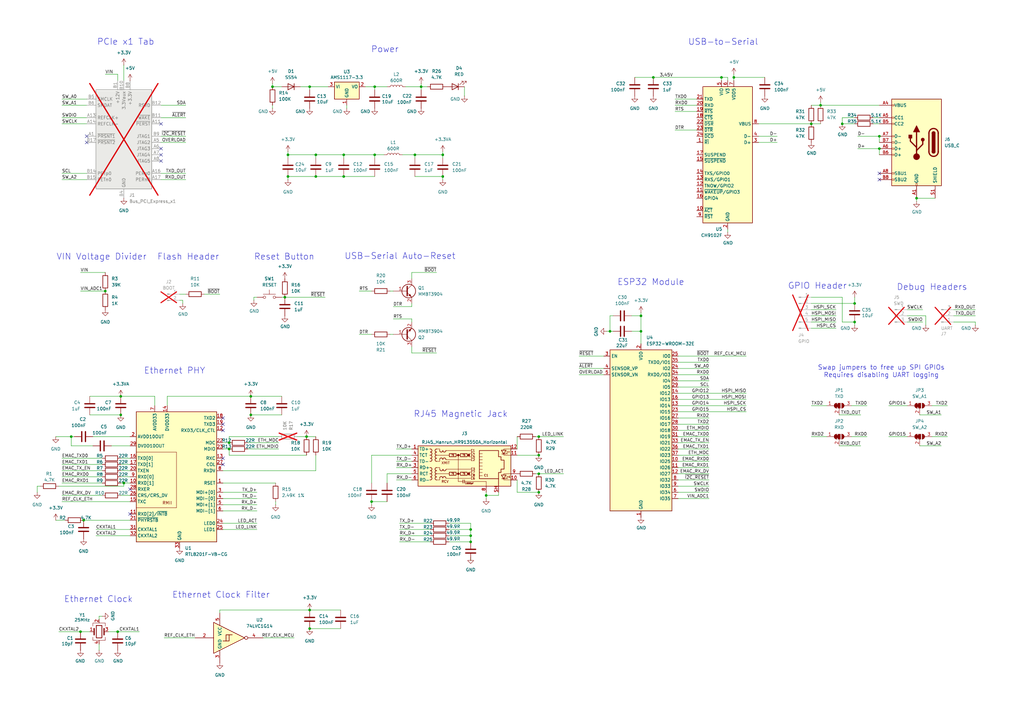
<source format=kicad_sch>
(kicad_sch (version 20231120) (generator "eeschema") (generator_version "8.0")
  (paper "A3")
  (title_block (date "2024-07-14") (rev "v0.3.0"))
  (junction (at 29.21 179.07))
  (junction (at 49.53 162.56))
  (junction (at 140.97 72.39))
  (junction (at 33.02 259.08))
  (junction (at 102.87 162.56))
  (junction (at 170.18 63.5))
  (junction (at 34.29 213.36))
  (junction (at 102.87 170.18))
  (junction (at 267.97 31.75))
  (junction (at 153.67 35.56))
  (junction (at 193.04 222.25))
  (junction (at 93.98 184.15))
  (junction (at 127 257.81))
  (junction (at 220.98 201.93))
  (junction (at 262.89 129.54))
  (junction (at 360.68 55.88))
  (junction (at 220.98 179.07))
  (junction (at 193.04 219.71))
  (junction (at 127 35.56))
  (junction (at 118.11 72.39))
  (junction (at 181.61 63.5))
  (junction (at 127 250.19))
  (junction (at 129.54 63.5))
  (junction (at 332.74 50.8))
  (junction (at 350.52 132.08))
  (junction (at 49.53 170.18))
  (junction (at 172.72 35.56))
  (junction (at 50.8 198.12))
  (junction (at 152.4 205.74))
  (junction (at 220.98 186.69))
  (junction (at 220.98 194.31))
  (junction (at 140.97 63.5))
  (junction (at 193.04 217.17))
  (junction (at 345.44 50.8))
  (junction (at 375.92 81.28))
  (junction (at 116.84 121.92))
  (junction (at 43.18 119.38))
  (junction (at 111.76 35.56))
  (junction (at 181.61 72.39))
  (junction (at 360.68 60.96))
  (junction (at 250.19 135.89))
  (junction (at 125.73 179.07))
  (junction (at 300.99 31.75))
  (junction (at 295.91 31.75))
  (junction (at 93.98 181.61))
  (junction (at 153.67 63.5))
  (junction (at 350.52 124.46))
  (junction (at 199.39 203.2))
  (junction (at 48.26 259.08))
  (junction (at 262.89 135.89))
  (junction (at 129.54 72.39))
  (junction (at 118.11 63.5))
  (junction (at 336.55 43.18))
  (no_connect (at 91.44 171.45))
  (no_connect (at 35.56 55.88))
  (no_connect (at 35.56 58.42))
  (no_connect (at 360.68 71.12))
  (no_connect (at 91.44 176.53))
  (no_connect (at 66.04 66.04))
  (no_connect (at 91.44 173.99))
  (no_connect (at 53.34 210.82))
  (no_connect (at 91.44 187.96))
  (no_connect (at 91.44 190.5))
  (no_connect (at 66.04 60.96))
  (no_connect (at 66.04 63.5))
  (no_connect (at 360.68 73.66))
  (no_connect (at 53.34 200.66))
  (no_connect (at 66.04 50.8))
  (wire (pts (xy 377.19 182.88) (xy 386.08 182.88)))
  (wire (pts (xy 332.74 43.18) (xy 336.55 43.18)))
  (wire (pts (xy 49.53 198.12) (xy 50.8 198.12)))
  (wire (pts (xy 278.13 163.83) (xy 306.07 163.83)))
  (wire (pts (xy 276.86 43.18) (xy 285.75 43.18)))
  (wire (pts (xy 116.84 121.92) (xy 133.35 121.92)))
  (wire (pts (xy 104.14 123.19) (xy 104.14 121.92)))
  (wire (pts (xy 152.4 198.12) (xy 152.4 186.69)))
  (wire (pts (xy 336.55 41.91) (xy 336.55 43.18)))
  (wire (pts (xy 199.39 203.2) (xy 199.39 201.93)))
  (wire (pts (xy 219.71 179.07) (xy 220.98 179.07)))
  (wire (pts (xy 278.13 158.75) (xy 290.83 158.75)))
  (wire (pts (xy 372.11 129.54) (xy 379.73 129.54)))
  (wire (pts (xy 107.95 261.62) (xy 120.65 261.62)))
  (wire (pts (xy 66.04 58.42) (xy 76.2 58.42)))
  (wire (pts (xy 68.58 162.56) (xy 68.58 166.37)))
  (wire (pts (xy 25.4 198.12) (xy 41.91 198.12)))
  (wire (pts (xy 276.86 45.72) (xy 285.75 45.72)))
  (wire (pts (xy 147.32 119.38) (xy 152.4 119.38)))
  (wire (pts (xy 295.91 31.75) (xy 298.45 31.75)))
  (wire (pts (xy 158.75 198.12) (xy 158.75 194.31)))
  (wire (pts (xy 140.97 64.77) (xy 140.97 63.5)))
  (wire (pts (xy 25.4 203.2) (xy 41.91 203.2)))
  (wire (pts (xy 44.45 259.08) (xy 48.26 259.08)))
  (wire (pts (xy 176.53 214.63) (xy 163.83 214.63)))
  (wire (pts (xy 375.92 82.55) (xy 375.92 81.28)))
  (wire (pts (xy 278.13 171.45) (xy 290.83 171.45)))
  (wire (pts (xy 267.97 31.75) (xy 295.91 31.75)))
  (wire (pts (xy 29.21 179.07) (xy 30.48 179.07)))
  (wire (pts (xy 212.09 186.69) (xy 220.98 186.69)))
  (wire (pts (xy 298.45 33.02) (xy 298.45 31.75)))
  (wire (pts (xy 40.64 254) (xy 40.64 252.73)))
  (wire (pts (xy 53.34 179.07) (xy 38.1 179.07)))
  (wire (pts (xy 220.98 179.07) (xy 231.14 179.07)))
  (wire (pts (xy 50.8 26.67) (xy 50.8 33.02)))
  (wire (pts (xy 199.39 204.47) (xy 199.39 203.2)))
  (wire (pts (xy 162.56 184.15) (xy 168.91 184.15)))
  (wire (pts (xy 129.54 64.77) (xy 129.54 63.5)))
  (wire (pts (xy 142.24 43.18) (xy 142.24 44.45)))
  (wire (pts (xy 179.07 144.78) (xy 168.91 144.78)))
  (wire (pts (xy 66.04 48.26) (xy 76.2 48.26)))
  (wire (pts (xy 278.13 179.07) (xy 290.83 179.07)))
  (wire (pts (xy 344.17 170.18) (xy 353.06 170.18)))
  (wire (pts (xy 40.64 266.7) (xy 40.64 264.16)))
  (wire (pts (xy 345.44 48.26) (xy 350.52 48.26)))
  (wire (pts (xy 358.14 50.8) (xy 360.68 50.8)))
  (wire (pts (xy 49.53 193.04) (xy 53.34 193.04)))
  (wire (pts (xy 351.79 60.96) (xy 360.68 60.96)))
  (wire (pts (xy 172.72 35.56) (xy 175.26 35.56)))
  (wire (pts (xy 360.68 55.88) (xy 360.68 58.42)))
  (wire (pts (xy 278.13 148.59) (xy 290.83 148.59)))
  (wire (pts (xy 311.15 50.8) (xy 332.74 50.8)))
  (wire (pts (xy 129.54 193.04) (xy 91.44 193.04)))
  (wire (pts (xy 278.13 166.37) (xy 306.07 166.37)))
  (wire (pts (xy 278.13 153.67) (xy 290.83 153.67)))
  (wire (pts (xy 140.97 63.5) (xy 153.67 63.5)))
  (wire (pts (xy 298.45 95.25) (xy 298.45 93.98)))
  (wire (pts (xy 332.74 124.46) (xy 350.52 124.46)))
  (wire (pts (xy 45.72 182.88) (xy 53.34 182.88)))
  (wire (pts (xy 336.55 50.8) (xy 332.74 50.8)))
  (wire (pts (xy 278.13 186.69) (xy 290.83 186.69)))
  (wire (pts (xy 391.16 132.08) (xy 400.05 132.08)))
  (wire (pts (xy 345.44 50.8) (xy 350.52 50.8)))
  (wire (pts (xy 391.16 127) (xy 400.05 127)))
  (wire (pts (xy 290.83 181.61) (xy 278.13 181.61)))
  (wire (pts (xy 300.99 31.75) (xy 313.69 31.75)))
  (wire (pts (xy 345.44 121.92) (xy 345.44 132.08)))
  (wire (pts (xy 290.83 184.15) (xy 278.13 184.15)))
  (wire (pts (xy 127 36.83) (xy 127 35.56)))
  (wire (pts (xy 40.64 252.73) (xy 41.91 252.73)))
  (wire (pts (xy 123.19 35.56) (xy 127 35.56)))
  (wire (pts (xy 179.07 111.76) (xy 168.91 111.76)))
  (wire (pts (xy 153.67 63.5) (xy 157.48 63.5)))
  (wire (pts (xy 39.37 219.71) (xy 53.34 219.71)))
  (wire (pts (xy 25.4 71.12) (xy 35.56 71.12)))
  (wire (pts (xy 259.08 129.54) (xy 262.89 129.54)))
  (wire (pts (xy 278.13 194.31) (xy 290.83 194.31)))
  (wire (pts (xy 140.97 72.39) (xy 153.67 72.39)))
  (wire (pts (xy 300.99 31.75) (xy 300.99 33.02)))
  (wire (pts (xy 278.13 168.91) (xy 306.07 168.91)))
  (wire (pts (xy 127 257.81) (xy 139.7 257.81)))
  (wire (pts (xy 149.86 35.56) (xy 153.67 35.56)))
  (wire (pts (xy 193.04 214.63) (xy 193.04 217.17)))
  (wire (pts (xy 118.11 63.5) (xy 129.54 63.5)))
  (wire (pts (xy 248.92 135.89) (xy 250.19 135.89)))
  (wire (pts (xy 25.4 190.5) (xy 41.91 190.5)))
  (wire (pts (xy 220.98 194.31) (xy 219.71 194.31)))
  (wire (pts (xy 118.11 63.5) (xy 118.11 64.77)))
  (wire (pts (xy 91.44 198.12) (xy 113.03 198.12)))
  (wire (pts (xy 165.1 63.5) (xy 170.18 63.5)))
  (wire (pts (xy 168.91 130.81) (xy 168.91 132.08)))
  (wire (pts (xy 15.24 199.39) (xy 15.24 201.93)))
  (wire (pts (xy 345.44 132.08) (xy 350.52 132.08)))
  (wire (pts (xy 25.4 43.18) (xy 35.56 43.18)))
  (wire (pts (xy 49.53 190.5) (xy 53.34 190.5)))
  (wire (pts (xy 360.68 60.96) (xy 360.68 63.5)))
  (wire (pts (xy 345.44 50.8) (xy 345.44 48.26)))
  (wire (pts (xy 153.67 36.83) (xy 153.67 35.56)))
  (wire (pts (xy 83.82 120.65) (xy 90.17 120.65)))
  (wire (pts (xy 184.15 219.71) (xy 193.04 219.71)))
  (wire (pts (xy 33.02 119.38) (xy 43.18 119.38)))
  (wire (pts (xy 25.4 205.74) (xy 53.34 205.74)))
  (wire (pts (xy 332.74 134.62) (xy 342.9 134.62)))
  (wire (pts (xy 93.98 179.07) (xy 93.98 181.61)))
  (wire (pts (xy 48.26 30.48) (xy 48.26 33.02)))
  (wire (pts (xy 90.17 250.19) (xy 127 250.19)))
  (wire (pts (xy 24.13 199.39) (xy 50.8 199.39)))
  (wire (pts (xy 181.61 63.5) (xy 181.61 64.77)))
  (wire (pts (xy 29.21 179.07) (xy 29.21 182.88)))
  (wire (pts (xy 162.56 196.85) (xy 168.91 196.85)))
  (wire (pts (xy 118.11 73.66) (xy 118.11 72.39)))
  (wire (pts (xy 161.29 130.81) (xy 168.91 130.81)))
  (wire (pts (xy 332.74 132.08) (xy 342.9 132.08)))
  (wire (pts (xy 336.55 43.18) (xy 360.68 43.18)))
  (wire (pts (xy 176.53 217.17) (xy 163.83 217.17)))
  (wire (pts (xy 375.92 81.28) (xy 383.54 81.28)))
  (wire (pts (xy 364.49 166.37) (xy 372.11 166.37)))
  (wire (pts (xy 199.39 203.2) (xy 204.47 203.2)))
  (wire (pts (xy 129.54 63.5) (xy 140.97 63.5)))
  (wire (pts (xy 29.21 182.88) (xy 38.1 182.88)))
  (wire (pts (xy 391.16 129.54) (xy 400.05 129.54)))
  (wire (pts (xy 68.58 162.56) (xy 102.87 162.56)))
  (wire (pts (xy 237.49 151.13) (xy 247.65 151.13)))
  (wire (pts (xy 66.04 73.66) (xy 76.2 73.66)))
  (wire (pts (xy 250.19 129.54) (xy 250.19 135.89)))
  (wire (pts (xy 160.02 137.16) (xy 161.29 137.16)))
  (wire (pts (xy 332.74 127) (xy 342.9 127)))
  (wire (pts (xy 25.4 195.58) (xy 41.91 195.58)))
  (wire (pts (xy 212.09 196.85) (xy 212.09 201.93)))
  (wire (pts (xy 111.76 34.29) (xy 111.76 35.56)))
  (wire (pts (xy 260.35 31.75) (xy 267.97 31.75)))
  (wire (pts (xy 34.29 213.36) (xy 53.34 213.36)))
  (wire (pts (xy 90.17 250.19) (xy 90.17 251.46)))
  (wire (pts (xy 172.72 36.83) (xy 172.72 35.56)))
  (wire (pts (xy 350.52 132.08) (xy 350.52 133.35)))
  (wire (pts (xy 349.25 166.37) (xy 355.6 166.37)))
  (wire (pts (xy 91.44 209.55) (xy 105.41 209.55)))
  (wire (pts (xy 121.92 179.07) (xy 125.73 179.07)))
  (wire (pts (xy 115.57 121.92) (xy 116.84 121.92)))
  (wire (pts (xy 276.86 53.34) (xy 285.75 53.34)))
  (wire (pts (xy 36.83 170.18) (xy 49.53 170.18)))
  (wire (pts (xy 162.56 191.77) (xy 168.91 191.77)))
  (wire (pts (xy 278.13 189.23) (xy 290.83 189.23)))
  (wire (pts (xy 237.49 146.05) (xy 247.65 146.05)))
  (wire (pts (xy 49.53 195.58) (xy 53.34 195.58)))
  (wire (pts (xy 300.99 30.48) (xy 300.99 31.75)))
  (wire (pts (xy 49.53 187.96) (xy 53.34 187.96)))
  (wire (pts (xy 278.13 151.13) (xy 290.83 151.13)))
  (wire (pts (xy 91.44 214.63) (xy 105.41 214.63)))
  (wire (pts (xy 101.6 181.61) (xy 114.3 181.61)))
  (wire (pts (xy 162.56 189.23) (xy 168.91 189.23)))
  (wire (pts (xy 111.76 35.56) (xy 115.57 35.56)))
  (wire (pts (xy 259.08 135.89) (xy 262.89 135.89)))
  (wire (pts (xy 332.74 129.54) (xy 342.9 129.54)))
  (wire (pts (xy 39.37 217.17) (xy 53.34 217.17)))
  (wire (pts (xy 262.89 128.27) (xy 262.89 129.54)))
  (wire (pts (xy 74.93 123.19) (xy 73.66 123.19)))
  (wire (pts (xy 91.44 181.61) (xy 93.98 181.61)))
  (wire (pts (xy 91.44 184.15) (xy 93.98 184.15)))
  (wire (pts (xy 127 35.56) (xy 134.62 35.56)))
  (wire (pts (xy 382.27 166.37) (xy 388.62 166.37)))
  (wire (pts (xy 176.53 222.25) (xy 163.83 222.25)))
  (wire (pts (xy 93.98 186.69) (xy 125.73 186.69)))
  (wire (pts (xy 262.89 129.54) (xy 262.89 135.89)))
  (wire (pts (xy 25.4 50.8) (xy 35.56 50.8)))
  (wire (pts (xy 160.02 119.38) (xy 161.29 119.38)))
  (wire (pts (xy 152.4 186.69) (xy 168.91 186.69)))
  (wire (pts (xy 114.3 179.07) (xy 93.98 179.07)))
  (wire (pts (xy 184.15 217.17) (xy 193.04 217.17)))
  (wire (pts (xy 172.72 34.29) (xy 172.72 35.56)))
  (wire (pts (xy 170.18 63.5) (xy 181.61 63.5)))
  (wire (pts (xy 91.44 217.17) (xy 105.41 217.17)))
  (wire (pts (xy 43.18 30.48) (xy 48.26 30.48)))
  (wire (pts (xy 372.11 127) (xy 378.46 127)))
  (wire (pts (xy 170.18 64.77) (xy 170.18 63.5)))
  (wire (pts (xy 220.98 201.93) (xy 212.09 201.93)))
  (wire (pts (xy 364.49 179.07) (xy 372.11 179.07)))
  (wire (pts (xy 377.19 170.18) (xy 386.08 170.18)))
  (wire (pts (xy 278.13 191.77) (xy 290.83 191.77)))
  (wire (pts (xy 278.13 204.47) (xy 290.83 204.47)))
  (wire (pts (xy 184.15 214.63) (xy 193.04 214.63)))
  (wire (pts (xy 152.4 207.01) (xy 152.4 205.74)))
  (wire (pts (xy 181.61 62.23) (xy 181.61 63.5)))
  (wire (pts (xy 74.93 124.46) (xy 74.93 123.19)))
  (wire (pts (xy 181.61 72.39) (xy 181.61 73.66)))
  (wire (pts (xy 101.6 184.15) (xy 114.3 184.15)))
  (wire (pts (xy 262.89 135.89) (xy 262.89 140.97)))
  (wire (pts (xy 190.5 39.37) (xy 190.5 35.56)))
  (wire (pts (xy 127 250.19) (xy 139.7 250.19)))
  (wire (pts (xy 129.54 72.39) (xy 140.97 72.39)))
  (wire (pts (xy 33.02 111.76) (xy 43.18 111.76)))
  (wire (pts (xy 344.17 182.88) (xy 353.06 182.88)))
  (wire (pts (xy 102.87 162.56) (xy 115.57 162.56)))
  (wire (pts (xy 237.49 153.67) (xy 247.65 153.67)))
  (wire (pts (xy 278.13 173.99) (xy 290.83 173.99)))
  (wire (pts (xy 168.91 125.73) (xy 168.91 124.46)))
  (wire (pts (xy 153.67 63.5) (xy 153.67 64.77)))
  (wire (pts (xy 278.13 201.93) (xy 290.83 201.93)))
  (wire (pts (xy 102.87 170.18) (xy 115.57 170.18)))
  (wire (pts (xy 250.19 135.89) (xy 251.46 135.89)))
  (wire (pts (xy 25.4 187.96) (xy 41.91 187.96)))
  (wire (pts (xy 193.04 217.17) (xy 193.04 219.71)))
  (wire (pts (xy 24.13 259.08) (xy 33.02 259.08)))
  (wire (pts (xy 118.11 72.39) (xy 129.54 72.39)))
  (wire (pts (xy 91.44 201.93) (xy 105.41 201.93)))
  (wire (pts (xy 50.8 198.12) (xy 53.34 198.12)))
  (wire (pts (xy 129.54 186.69) (xy 129.54 193.04)))
  (wire (pts (xy 91.44 207.01) (xy 105.41 207.01)))
  (wire (pts (xy 15.24 199.39) (xy 16.51 199.39)))
  (wire (pts (xy 33.02 259.08) (xy 36.83 259.08)))
  (wire (pts (xy 332.74 179.07) (xy 339.09 179.07)))
  (wire (pts (xy 278.13 196.85) (xy 290.83 196.85)))
  (wire (pts (xy 358.14 48.26) (xy 360.68 48.26)))
  (wire (pts (xy 193.04 219.71) (xy 193.04 222.25)))
  (wire (pts (xy 161.29 125.73) (xy 168.91 125.73)))
  (wire (pts (xy 111.76 44.45) (xy 111.76 43.18)))
  (wire (pts (xy 93.98 186.69) (xy 93.98 184.15)))
  (wire (pts (xy 66.04 55.88) (xy 76.2 55.88)))
  (wire (pts (xy 168.91 111.76) (xy 168.91 114.3)))
  (wire (pts (xy 168.91 144.78) (xy 168.91 142.24)))
  (wire (pts (xy 125.73 179.07) (xy 129.54 179.07)))
  (wire (pts (xy 50.8 198.12) (xy 50.8 199.39)))
  (wire (pts (xy 73.66 120.65) (xy 76.2 120.65)))
  (wire (pts (xy 382.27 179.07) (xy 388.62 179.07)))
  (wire (pts (xy 311.15 58.42) (xy 318.77 58.42)))
  (wire (pts (xy 63.5 162.56) (xy 49.53 162.56)))
  (wire (pts (xy 48.26 259.08) (xy 57.15 259.08)))
  (wire (pts (xy 231.14 194.31) (xy 220.98 194.31)))
  (wire (pts (xy 276.86 40.64) (xy 285.75 40.64)))
  (wire (pts (xy 193.04 228.6) (xy 193.04 229.87)))
  (wire (pts (xy 379.73 129.54) (xy 379.73 133.35)))
  (wire (pts (xy 63.5 162.56) (xy 63.5 166.37)))
  (wire (pts (xy 176.53 219.71) (xy 163.83 219.71)))
  (wire (pts (xy 351.79 55.88) (xy 360.68 55.88)))
  (wire (pts (xy 350.52 121.92) (xy 350.52 124.46)))
  (wire (pts (xy 67.31 261.62) (xy 80.01 261.62)))
  (wire (pts (xy 278.13 176.53) (xy 290.83 176.53)))
  (wire (pts (xy 118.11 62.23) (xy 118.11 63.5)))
  (wire (pts (xy 184.15 222.25) (xy 193.04 222.25)))
  (wire (pts (xy 25.4 40.64) (xy 35.56 40.64)))
  (wire (pts (xy 66.04 43.18) (xy 76.2 43.18)))
  (wire (pts (xy 113.03 207.01) (xy 113.03 205.74)))
  (wire (pts (xy 278.13 156.21) (xy 290.83 156.21)))
  (wire (pts (xy 104.14 121.92) (xy 105.41 121.92)))
  (wire (pts (xy 251.46 129.54) (xy 250.19 129.54)))
  (wire (pts (xy 349.25 179.07) (xy 355.6 179.07)))
  (wire (pts (xy 22.86 179.07) (xy 29.21 179.07)))
  (wire (pts (xy 372.11 132.08) (xy 378.46 132.08)))
  (wire (pts (xy 66.04 71.12) (xy 76.2 71.12)))
  (wire (pts (xy 332.74 121.92) (xy 345.44 121.92)))
  (wire (pts (xy 25.4 73.66) (xy 35.56 73.66)))
  (wire (pts (xy 49.53 203.2) (xy 53.34 203.2)))
  (wire (pts (xy 25.4 193.04) (xy 41.91 193.04)))
  (wire (pts (xy 91.44 204.47) (xy 105.41 204.47)))
  (wire (pts (xy 153.67 35.56) (xy 158.75 35.56)))
  (wire (pts (xy 278.13 199.39) (xy 290.83 199.39)))
  (wire (pts (xy 212.09 179.07) (xy 212.09 184.15)))
  (wire (pts (xy 36.83 162.56) (xy 49.53 162.56)))
  (wire (pts (xy 158.75 194.31) (xy 168.91 194.31)))
  (wire (pts (xy 22.86 213.36) (xy 26.67 213.36)))
  (wire (pts (xy 170.18 72.39) (xy 181.61 72.39)))
  (wire (pts (xy 311.15 55.88) (xy 318.77 55.88)))
  (wire (pts (xy 278.13 161.29) (xy 306.07 161.29)))
  (wire (pts (xy 152.4 205.74) (xy 158.75 205.74)))
  (wire (pts (xy 147.32 137.16) (xy 152.4 137.16)))
  (wire (pts (xy 166.37 35.56) (xy 172.72 35.56)))
  (wire (pts (xy 400.05 132.08) (xy 400.05 133.35)))
  (wire (pts (xy 25.4 48.26) (xy 35.56 48.26)))
  (wire (pts (xy 278.13 146.05) (xy 306.07 146.05)))
  (wire (pts (xy 204.47 203.2) (xy 204.47 201.93)))
  (wire (pts (xy 295.91 31.75) (xy 295.91 33.02)))
  (wire (pts (xy 332.74 166.37) (xy 339.09 166.37)))
  (text "Ethernet Clock" (at 40.386 245.872 0) (effects (font (size 2.54 2.54))))
  (text "Reset Button" (at 116.586 105.41 0) (effects (font (size 2.54 2.54))))
  (text "GPIO Header" (at 335.28 117.348 0) (effects (font (size 2.54 2.54))))
  (text "Flash Header\n" (at 77.216 105.41 0) (effects (font (size 2.54 2.54))))
  (text "Ethernet Clock Filter" (at 90.678 244.094 0) (effects (font (size 2.54 2.54))))
  (text "Swap jumpers to free up SPI GPIOs\nRequires disabling UART logging" (at 361.442 152.4 0) (effects (font (size 1.905 1.905))))
  (text "USB-to-Serial" (at 282.194 18.796 0) (effects (font (size 2.54 2.54)) (justify left bottom)))
  (text "VIN Voltage Divider" (at 41.656 105.41 0) (effects (font (size 2.54 2.54))))
  (text "Power" (at 152.146 21.844 0) (effects (font (size 2.54 2.54)) (justify left bottom)))
  (text "Ethernet PHY" (at 71.628 152.146 0) (effects (font (size 2.54 2.54))))
  (text "PCIe x1 Tab" (at 51.562 17.272 0) (effects (font (size 2.54 2.54))))
  (text "RJ45 Magnetic Jack" (at 188.976 169.926 0) (effects (font (size 2.54 2.54))))
  (text "USB-Serial Auto-Reset" (at 164.084 105.156 0) (effects (font (size 2.54 2.54))))
  (text "ESP32 Module" (at 266.954 115.824 0) (effects (font (size 2.54 2.54))))
  (text "Debug Headers" (at 382.27 117.856 0) (effects (font (size 2.54 2.54))))
  (label "TX_D+" (at 163.83 214.63 0))
  (label "VIN" (at 33.02 111.76 0))
  (label "TXD2" (at 388.62 166.37 180))
  (label "GPIO15" (at 364.49 179.07 0))
  (label "REF_CLK_ETH" (at 25.4 205.74 0))
  (label "TXD_OUT" (at 353.06 170.18 180))
  (label "HSPI_MISO" (at 342.9 132.08 180))
  (label "LED_LINK" (at 231.14 179.07 180))
  (label "TX_D+" (at 162.56 184.15 0))
  (label "~{I2C_RESET}" (at 290.83 196.85 180))
  (label "RTS" (at 276.86 45.72 0))
  (label "LED_ACT" (at 231.14 194.31 180))
  (label "TXD0" (at 355.6 166.37 180))
  (label "GPIO15" (at 290.83 168.91 180))
  (label "GPIO14" (at 364.49 166.37 0))
  (label "RTS" (at 161.29 130.81 0))
  (label "SW_A1" (at 386.08 170.18 180))
  (label "RXD_OUT" (at 400.05 127 180))
  (label "RXD_OUT" (at 76.2 73.66 180))
  (label "TXD2" (at 332.74 166.37 0))
  (label "REF_CLK_MCU" (at 120.65 261.62 180))
  (label "SCL" (at 290.83 158.75 180))
  (label "SW_A0" (at 25.4 40.64 0))
  (label "RX_D-" (at 105.41 209.55 180))
  (label "RX_D-" (at 163.83 222.25 0))
  (label "LED_ACT" (at 105.41 214.63 180))
  (label "SWDIO" (at 290.83 201.93 180))
  (label "HSPI_CS" (at 306.07 168.91 180))
  (label "SDA" (at 76.2 43.18 180))
  (label "SWDIO" (at 378.46 132.08 180))
  (label "EMAC_RXD1" (at 290.83 191.77 180))
  (label "ETH_MDIO" (at 290.83 176.53 180))
  (label "RX_D+" (at 162.56 191.77 0))
  (label "~{ALERT}" (at 237.49 151.13 0))
  (label "TX_D-" (at 162.56 189.23 0))
  (label "REF_CLK_MCU" (at 306.07 146.05 180))
  (label "HSPI_MOSI" (at 306.07 163.83 180))
  (label "~{RESET}" (at 133.35 121.92 180))
  (label "TXD_OUT" (at 400.05 129.54 180))
  (label "RXD2" (at 290.83 171.45 180))
  (label "EMAC_RXD0" (at 290.83 189.23 180))
  (label "TXD0" (at 290.83 148.59 180))
  (label "EMAC_RXD0" (at 25.4 195.58 0))
  (label "~{BOOT}" (at 179.07 111.76 180))
  (label "OVERLOAD" (at 76.2 58.42 180))
  (label "LED_LINK" (at 105.41 217.17 180))
  (label "EMAC_TX_EN" (at 290.83 181.61 180))
  (label "~{I2C_RESET}" (at 76.2 55.88 180))
  (label "CKXTAL1" (at 57.15 259.08 180))
  (label "HSPI_MOSI" (at 342.9 129.54 180))
  (label "REF_CLK_ETH" (at 67.31 261.62 0))
  (label "DTR" (at 276.86 53.34 0))
  (label "CKXTAL2" (at 24.13 259.08 0))
  (label "CKXTAL1" (at 39.37 217.17 0))
  (label "TX_D-" (at 163.83 217.17 0))
  (label "RX_D-" (at 162.56 196.85 0))
  (label "SWCLK" (at 25.4 50.8 0))
  (label "HSPI_MISO" (at 306.07 161.29 180))
  (label "SCL" (at 25.4 71.12 0))
  (label "~{ALERT}" (at 76.2 48.26 180))
  (label "TXD0" (at 276.86 40.64 0))
  (label "SW_A2" (at 25.4 73.66 0))
  (label "OVERLOAD" (at 237.49 153.67 0))
  (label "ETH_MDIO" (at 114.3 184.15 180))
  (label "TXD_OUT" (at 76.2 71.12 180))
  (label "ETH_MDC" (at 290.83 186.69 180))
  (label "EMAC_TX_EN" (at 25.4 193.04 0))
  (label "~{RESET}" (at 179.07 144.78 180))
  (label "SWCLK" (at 290.83 199.39 180))
  (label "RXD_OUT" (at 353.06 182.88 180))
  (label "TX_D-" (at 105.41 204.47 180))
  (label "HSPI_SCK" (at 306.07 166.37 180))
  (label "SWDIO" (at 25.4 48.26 0))
  (label "RXD0" (at 276.86 43.18 0))
  (label "RXD0" (at 290.83 153.67 180))
  (label "SW_A2" (at 386.08 182.88 180))
  (label "DTR" (at 147.32 137.16 0))
  (label "EMAC_RX_DV" (at 290.83 194.31 180))
  (label "RXD2" (at 388.62 179.07 180))
  (label "RTS" (at 147.32 119.38 0))
  (label "D-" (at 318.77 55.88 180))
  (label "VIN_ADC1" (at 33.02 119.38 0))
  (label "GPIO14" (at 290.83 166.37 180))
  (label "~{BOOT}" (at 290.83 146.05 180))
  (label "EMAC_TXD0" (at 290.83 179.07 180))
  (label "RXD2" (at 332.74 179.07 0))
  (label "~{BOOT}" (at 90.17 120.65 180))
  (label "DTR" (at 161.29 125.73 0))
  (label "SDA" (at 290.83 156.21 180))
  (label "GPIO12" (at 290.83 161.29 180))
  (label "CKXTAL2" (at 39.37 219.71 0))
  (label "RXD0" (at 355.6 179.07 180))
  (label "HSPI_CS" (at 342.9 134.62 180))
  (label "ETH_MDC" (at 114.3 181.61 180))
  (label "D+" (at 351.79 60.96 0))
  (label "EMAC_TXD1" (at 25.4 190.5 0))
  (label "TX_D+" (at 105.41 201.93 180))
  (label "EMAC_TXD1" (at 290.83 184.15 180))
  (label "HSPI_SCK" (at 342.9 127 180))
  (label "RX_D+" (at 105.41 207.01 180))
  (label "SWCLK" (at 378.46 127 180))
  (label "D+" (at 318.77 58.42 180))
  (label "D-" (at 351.79 55.88 0))
  (label "SW_A1" (at 25.4 43.18 0))
  (label "EMAC_TXD0" (at 25.4 187.96 0))
  (label "VIN" (at 43.18 30.48 0))
  (label "~{RESET}" (at 237.49 146.05 0))
  (label "SW_A0" (at 290.83 151.13 180))
  (label "3.45V" (at 270.51 31.75 0))
  (label "VIN_ADC1" (at 290.83 204.47 180))
  (label "TXD2" (at 290.83 173.99 180))
  (label "EMAC_RX_DV" (at 25.4 203.2 0))
  (label "GPIO13" (at 290.83 163.83 180))
  (label "RX_D+" (at 163.83 219.71 0))
  (label "EMAC_RXD1" (at 25.4 198.12 0))
  (symbol (lib_id "Device:R") (at 215.9 179.07 90) (unit 1)
    (property "Reference" "R27" (at 215.9 172.72 90))
    (property "Value" "220R" (at 215.9 175.26 90))
    (property "Footprint" "Resistor_SMD:R_0402_1005Metric" (effects (hide yes)))
    (property "Description" "Resistor" (effects (hide yes)))
    (property "LCSC" "C25091" (effects (hide yes)))
  )
  (symbol (lib_id "Device:R") (at 45.72 190.5 90) (mirror x) (unit 1)
    (property "Reference" "R6" (at 40.894 189.484 90))
    (property "Value" "22R" (at 50.546 189.484 90))
    (property "Footprint" "Resistor_SMD:R_0402_1005Metric" (effects (hide yes)))
    (property "Description" "Resistor" (effects (hide yes)))
    (property "LCSC" "C25092" (effects (hide yes)))
  )
  (symbol (lib_id "Device:R") (at 180.34 222.25 90) (unit 1)
    (property "Reference" "R25" (at 175.514 221.234 90))
    (property "Value" "49.9R" (at 185.928 220.98 90))
    (property "Footprint" "Resistor_SMD:R_0402_1005Metric" (effects (hide yes)))
    (property "Description" "Resistor" (effects (hide yes)))
    (property "LCSC" "C25120" (effects (hide yes)))
  )
  (symbol (lib_id "power:GND") (at 40.64 266.7 0) (unit 1)
    (property "Reference" "#PWR06" (effects (hide yes)))
    (property "Value" "GND" (at 40.767 271.0942 0))
  )
  (symbol (lib_id "power:GND") (at 199.39 204.47 0) (unit 1)
    (property "Reference" "#PWR041" (effects (hide yes)))
    (property "Value" "GND" (at 199.39 209.55 0))
    (property "Description" "Power symbol creates a global label with name \"GND\" , ground" (effects (hide yes)))
  )
  (symbol (lib_id "power:+3.3VA") (at 181.61 62.23 0) (unit 1)
    (property "Reference" "#PWR044" (effects (hide yes)))
    (property "Value" "+3.3VA" (at 181.61 57.15 0))
    (property "Description" "Power symbol creates a global label with name \"+3.3VA\"" (effects (hide yes)))
  )
  (symbol (lib_id "power:GND") (at 142.24 44.45 0) (unit 1)
    (property "Reference" "#PWR033" (effects (hide yes)))
    (property "Value" "GND" (at 138.43 45.72 0))
  )
  (symbol (lib_id "power:GND") (at 379.73 133.35 0) (unit 1)
    (property "Reference" "#PWR060" (effects (hide yes)))
    (property "Value" "GND" (at 375.92 134.62 0))
  )
  (symbol (lib_id "power:+3.3V") (at 50.8 26.67 0) (unit 1)
    (property "Reference" "#PWR012" (effects (hide yes)))
    (property "Value" "+3.3V" (at 50.8 21.59 0))
    (property "Description" "Power symbol creates a global label with name \"+3.3V\"" (effects (hide yes)))
  )
  (symbol (lib_id "power:+3.3V") (at 172.72 34.29 0) (unit 1)
    (property "Reference" "#PWR036" (effects (hide yes)))
    (property "Value" "+3.3V" (at 172.72 29.21 0))
    (property "Description" "Power symbol creates a global label with name \"+3.3V\"" (effects (hide yes)))
  )
  (symbol (lib_id "power:GND") (at 248.92 135.89 270) (unit 1)
    (property "Reference" "#PWR046" (effects (hide yes)))
    (property "Value" "GND" (at 244.5258 136.017 0))
  )
  (symbol (lib_id "Device:LED") (at 186.69 35.56 180) (unit 1)
    (property "Reference" "D4" (at 188.2775 27.94 0))
    (property "Value" "RED" (at 188.2775 30.48 0))
    (property "Footprint" "LED_SMD:LED_0603_1608Metric" (effects (hide yes)))
    (property "Description" "Light emitting diode" (effects (hide yes)))
    (property "LCSC" "C2286" (effects (hide yes)))
  )
  (symbol (lib_id "power:GND") (at 193.04 228.6 0) (unit 1)
    (property "Reference" "#PWR039" (effects (hide yes)))
    (property "Value" "GND" (at 193.04 233.68 0))
    (property "Description" "Power symbol creates a global label with name \"GND\" , ground" (effects (hide yes)))
  )
  (symbol (lib_id "Device:C") (at 49.53 166.37 0) (mirror y) (unit 1)
    (property "Reference" "C7" (at 45.72 165.0999 0) (effects (justify left)))
    (property "Value" "100nF" (at 45.72 167.6399 0) (effects (justify left)))
    (property "Footprint" "Capacitor_SMD:C_0402_1005Metric" (effects (hide yes)))
    (property "Description" "Unpolarized capacitor" (effects (hide yes)))
    (property "LCSC" "C1525" (effects (hide yes)))
  )
  (symbol (lib_id "power:GND") (at 104.14 123.19 0) (unit 1)
    (property "Reference" "#PWR020" (effects (hide yes)))
    (property "Value" "GND" (at 104.267 127.5842 0))
  )
  (symbol (lib_id "Device:C") (at 48.26 262.89 0) (unit 1)
    (property "Reference" "C6" (at 51.181 261.7216 0) (effects (justify left)))
    (property "Value" "10pF" (at 51.181 264.033 0) (effects (justify left)))
    (property "Footprint" "Capacitor_SMD:C_0402_1005Metric" (effects (hide yes)))
    (property "LCSC" "C32949" (effects (hide yes)))
  )
  (symbol (lib_id "power:+3.3V") (at 22.86 213.36 0) (unit 1)
    (property "Reference" "#PWR03" (effects (hide yes)))
    (property "Value" "+3.3V" (at 22.86 208.28 0))
    (property "Description" "Power symbol creates a global label with name \"+3.3V\"" (effects (hide yes)))
  )
  (symbol (lib_id "power:GND") (at 127 44.45 0) (unit 1)
    (property "Reference" "#PWR029" (effects (hide yes)))
    (property "Value" "GND" (at 123.19 45.72 0))
  )
  (symbol (lib_id "power:GND") (at 102.87 170.18 0) (mirror y) (unit 1)
    (property "Reference" "#PWR019" (effects (hide yes)))
    (property "Value" "GND" (at 102.87 175.26 0))
    (property "Description" "Power symbol creates a global label with name \"GND\" , ground" (effects (hide yes)))
  )
  (symbol (lib_id "Device:R") (at 45.72 187.96 90) (unit 1)
    (property "Reference" "R5" (at 40.894 186.944 90))
    (property "Value" "22R" (at 50.546 186.944 90))
    (property "Footprint" "Resistor_SMD:R_0402_1005Metric" (effects (hide yes)))
    (property "Description" "Resistor" (effects (hide yes)))
    (property "LCSC" "C25092" (effects (hide yes)))
  )
  (symbol (lib_id "Jumper:SolderJumper_3_Bridged12") (at 377.19 179.07 0) (unit 1) (exclude_from_sim yes) (in_bom no)
    (property "Reference" "JP4" (at 377.19 172.72 0))
    (property "Value" "SW_A2" (at 377.19 175.26 0))
    (property "Footprint" "Jumper:SolderJumper-3_P1.3mm_Bridged12_RoundedPad1.0x1.5mm" (effects (hide yes)))
    (property "Description" "3-pole Solder Jumper, pins 1+2 closed/bridged" (effects (hide yes)))
  )
  (symbol (lib_id "power:+5V") (at 336.55 41.91 0) (unit 1)
    (property "Reference" "#PWR052" (effects (hide yes)))
    (property "Value" "+5V" (at 336.55 36.83 0))
    (property "Description" "Power symbol creates a global label with name \"+5V\"" (effects (hide yes)))
  )
  (symbol (lib_id "Connector:Conn_01x02_Pin") (at 68.58 120.65 0) (unit 1) (exclude_from_sim yes) (in_bom no) (dnp yes)
    (property "Reference" "J2" (at 69.215 115.57 0))
    (property "Value" "BOOT" (at 69.215 118.11 0))
    (property "Footprint" "Connector_PinHeader_2.54mm:PinHeader_1x02_P2.54mm_Vertical" (effects (hide yes)))
    (property "Description" "Generic connector, single row, 01x02, script generated" (effects (hide yes)))
  )
  (symbol (lib_name "GND_1") (lib_id "power:GND") (at 43.18 127 0) (unit 1)
    (property "Reference" "#PWR08" (effects (hide yes)))
    (property "Value" "GND" (at 43.18 132.08 0))
    (property "Description" "Power symbol creates a global label with name \"GND\" , ground" (effects (hide yes)))
  )
  (symbol (lib_id "esp32-mgmt-module:RTL8201F-VB-CG") (at 73.66 196.85 0) (unit 1)
    (property "Reference" "U1" (at 75.8541 224.79 0) (effects (justify left)))
    (property "Value" "RTL8201F-VB-CG" (at 75.8541 227.33 0) (effects (justify left)))
    (property "Footprint" "Package_DFN_QFN:QFN-32-1EP_5x5mm_P0.5mm_EP3.6x3.6mm_ThermalVias" (effects (hide yes)))
    (property "Datasheet" "https://wmsc.lcsc.com/wmsc/upload/file/pdf/v2/lcsc/2301111409_Realtek-Semicon-RTL8201F-VB-CG_C45044.pdf" (effects (hide yes)))
    (property "Description" "RTL8201F Ethernet PHY with RMII interface, QFN-32" (effects (hide yes)))
    (property "LCSC" "C45044" (effects (hide yes)))
    (property "JLCPCB_CORRECTION" "0;0;-90" (effects (hide yes)))
  )
  (symbol (lib_id "Device:C") (at 267.97 35.56 0) (unit 1)
    (property "Reference" "C33" (at 271.78 34.2899 0) (effects (justify left)))
    (property "Value" "1uF" (at 271.78 36.8299 0) (effects (justify left)))
    (property "Footprint" "Capacitor_SMD:C_0402_1005Metric" (effects (hide yes)))
    (property "Description" "Unpolarized capacitor" (effects (hide yes)))
    (property "LCSC" "C52923" (effects (hide yes)))
  )
  (symbol (lib_id "power:GND") (at 116.84 129.54 0) (unit 1)
    (property "Reference" "#PWR027" (effects (hide yes)))
    (property "Value" "GND" (at 116.967 133.9342 0))
  )
  (symbol (lib_id "Device:R") (at 43.18 115.57 0) (unit 1)
    (property "Reference" "R3" (at 45.72 114.2999 0) (effects (justify left)))
    (property "Value" "39K" (at 45.72 116.8399 0) (effects (justify left)))
    (property "Footprint" "Resistor_SMD:R_0402_1005Metric" (effects (hide yes)))
    (property "Description" "Resistor" (effects (hide yes)))
    (property "LCSC" "C25783" (effects (hide yes)))
  )
  (symbol (lib_id "Device:L") (at 162.56 35.56 90) (unit 1)
    (property "Reference" "L2" (at 162.56 30.48 90))
    (property "Value" "600R" (at 162.56 33.02 90))
    (property "Footprint" "Inductor_SMD:L_0603_1608Metric" (effects (hide yes)))
    (property "Description" "Inductor" (effects (hide yes)))
    (property "LCSC" "C97000" (effects (hide yes)))
  )
  (symbol (lib_id "Connector:Bus_PCI_Express_x1") (at 50.8 58.42 0) (unit 1) (exclude_from_sim yes) (in_bom no) (dnp yes)
    (property "Reference" "J1" (at 52.9941 80.01 0) (effects (justify left)))
    (property "Value" "Bus_PCI_Express_x1" (at 52.9941 82.55 0) (effects (justify left)))
    (property "Footprint" "Connector_PCBEdge:BUS_PCIexpress_x1" (effects (hide yes)))
    (property "Datasheet" "http://www.ritrontek.com/uploadfile/2016/1026/20161026105231124.pdf#page=63" (effects (hide yes)))
    (property "Description" "PCI Express bus connector x1" (effects (hide yes)))
  )
  (symbol (lib_id "power:GND") (at 113.03 207.01 0) (unit 1)
    (property "Reference" "#PWR025" (effects (hide yes)))
    (property "Value" "GND" (at 113.03 212.09 0))
    (property "Description" "Power symbol creates a global label with name \"GND\" , ground" (effects (hide yes)))
  )
  (symbol (lib_id "Connector:Conn_01x03_Pin") (at 386.08 129.54 0) (mirror x) (unit 1) (exclude_from_sim yes) (in_bom no) (dnp yes)
    (property "Reference" "J7" (at 385.826 136.906 0) (effects (justify left)))
    (property "Value" "UART" (at 388.366 134.62 0))
    (property "Footprint" "Connector_PinHeader_2.54mm:PinHeader_1x03_P2.54mm_Vertical" (effects (hide yes)))
    (property "Description" "Generic connector, single row, 01x03, script generated" (effects (hide yes)))
  )
  (symbol (lib_id "Transistor_BJT:MMBT3904") (at 166.37 137.16 0) (mirror x) (unit 1)
    (property "Reference" "Q2" (at 171.45 138.4301 0) (effects (justify left)))
    (property "Value" "MMBT3904" (at 171.45 135.8901 0) (effects (justify left)))
    (property "Footprint" "Package_TO_SOT_SMD:SOT-23" (effects (hide yes)))
    (property "Datasheet" "https://www.onsemi.com/pdf/datasheet/pzt3904-d.pdf" (effects (hide yes)))
    (property "Description" "0.2A Ic, 40V Vce, Small Signal NPN Transistor, SOT-23" (effects (hide yes)))
    (property "LCSC" "C20526" (effects (hide yes)))
    (property "JLCPCB_CORRECTION" "0;0;180" (effects (hide yes)))
  )
  (symbol (lib_id "Device:C") (at 102.87 166.37 0) (unit 1)
    (property "Reference" "C8" (at 106.68 165.0999 0) (effects (justify left)))
    (property "Value" "100nF" (at 106.68 167.6399 0) (effects (justify left)))
    (property "Footprint" "Capacitor_SMD:C_0402_1005Metric" (effects (hide yes)))
    (property "Description" "Unpolarized capacitor" (effects (hide yes)))
    (property "LCSC" "C1525" (effects (hide yes)))
  )
  (symbol (lib_id "power:GND") (at 49.53 170.18 0) (unit 1)
    (property "Reference" "#PWR011" (effects (hide yes)))
    (property "Value" "GND" (at 49.53 175.26 0))
    (property "Description" "Power symbol creates a global label with name \"GND\" , ground" (effects (hide yes)))
  )
  (symbol (lib_id "Connector:Conn_01x03_Pin") (at 367.03 129.54 0) (unit 1) (exclude_from_sim yes) (in_bom no) (dnp yes)
    (property "Reference" "J5" (at 366.522 121.92 0) (effects (justify left)))
    (property "Value" "SWD" (at 366.522 124.46 0) (effects (justify left)))
    (property "Footprint" "Connector_PinHeader_2.54mm:PinHeader_1x03_P2.54mm_Vertical" (effects (hide yes)))
    (property "Description" "Generic connector, single row, 01x03, script generated" (effects (hide yes)))
  )
  (symbol (lib_id "Device:C") (at 41.91 182.88 90) (unit 1)
    (property "Reference" "C5" (at 43.942 175.006 90) (effects (justify left)))
    (property "Value" "100nF" (at 43.942 177.546 90) (effects (justify left)))
    (property "Footprint" "Capacitor_SMD:C_0402_1005Metric" (effects (hide yes)))
    (property "Description" "Unpolarized capacitor" (effects (hide yes)))
    (property "LCSC" "C1525" (effects (hide yes)))
  )
  (symbol (lib_id "Regulator_Linear:NCP1117-3.3_SOT223") (at 142.24 35.56 0) (unit 1)
    (property "Reference" "U3" (at 142.24 29.4132 0))
    (property "Value" "AMS1117-3.3" (at 142.24 31.7246 0))
    (property "Footprint" "Package_TO_SOT_SMD:SOT-223-3_TabPin2" (effects (hide yes)))
    (property "Datasheet" "https://wmsc.lcsc.com/wmsc/upload/file/pdf/v2/lcsc/2304140030_Advanced-Monolithic-Systems-AMS1117-3-3_C6186.pdf" (effects (hide yes)))
    (property "LCSC" "C6186" (effects (hide yes)))
    (property "JLCPCB_CORRECTION" "0;0;180" (effects (hide yes)))
  )
  (symbol (lib_id "power:+3.3V") (at 116.84 114.3 0) (unit 1)
    (property "Reference" "#PWR026" (effects (hide yes)))
    (property "Value" "+3.3V" (at 116.84 109.22 0))
    (property "Description" "Power symbol creates a global label with name \"+3.3V\"" (effects (hide yes)))
  )
  (symbol (lib_id "power:+3.3VA") (at 49.53 162.56 0) (unit 1)
    (property "Reference" "#PWR010" (effects (hide yes)))
    (property "Value" "+3.3VA" (at 49.53 157.48 0))
    (property "Description" "Power symbol creates a global label with name \"+3.3VA\"" (effects (hide yes)))
  )
  (symbol (lib_id "Device:R") (at 156.21 119.38 90) (unit 1)
    (property "Reference" "R20" (at 156.21 113.03 90))
    (property "Value" "10K" (at 156.21 115.57 90))
    (property "Footprint" "Resistor_SMD:R_0402_1005Metric" (effects (hide yes)))
    (property "Description" "Resistor" (effects (hide yes)))
    (property "LCSC" "C25744" (effects (hide yes)))
  )
  (symbol (lib_id "Interface_USB:CH9102F") (at 298.45 63.5 0) (mirror y) (unit 1)
    (property "Reference" "U5" (at 296.2559 93.98 0) (effects (justify left)))
    (property "Value" "CH9102F" (at 296.2559 96.52 0) (effects (justify left)))
    (property "Footprint" "Package_DFN_QFN:QFN-24-1EP_4x4mm_P0.5mm_EP2.6x2.6mm" (effects (hide yes)))
    (property "Datasheet" "http://www.wch-ic.com/downloads/CH9102DS1_PDF.html" (effects (hide yes)))
    (property "Description" "WCH-IC, Single-Chip USB-to-UART Bridge, USB 2.0 Full-Speed, 4Mbps UART, QFN-24" (effects (hide yes)))
    (property "LCSC" "C2858418" (effects (hide yes)))
    (property "JLCPCB_CORRECTION" "0;0;-90" (effects (hide yes)))
  )
  (symbol (lib_id "power:GND") (at 181.61 73.66 0) (unit 1)
    (property "Reference" "#PWR045" (effects (hide yes)))
    (property "Value" "GND" (at 181.61 78.74 0))
    (property "Description" "Power symbol creates a global label with name \"GND\" , ground" (effects (hide yes)))
  )
  (symbol (lib_id "power:+3.3V") (at 118.11 62.23 0) (unit 1)
    (property "Reference" "#PWR021" (effects (hide yes)))
    (property "Value" "+3.3V" (at 118.11 57.15 0))
    (property "Description" "Power symbol creates a global label with name \"+3.3V\"" (effects (hide yes)))
  )
  (symbol (lib_id "Device:R") (at 332.74 46.99 0) (mirror y) (unit 1)
    (property "Reference" "R31" (at 330.2 45.7199 0) (effects (justify left)))
    (property "Value" "47K" (at 330.2 48.2599 0) (effects (justify left)))
    (property "Footprint" "Resistor_SMD:R_0402_1005Metric" (effects (hide yes)))
    (property "Description" "Resistor" (effects (hide yes)))
    (property "LCSC" "C25792" (effects (hide yes)))
  )
  (symbol (lib_id "Device:R") (at 354.33 50.8 90) (unit 1)
    (property "Reference" "R35" (at 349.504 49.784 90))
    (property "Value" "5.1K" (at 359.41 49.784 90))
    (property "Footprint" "Resistor_SMD:R_0402_1005Metric" (effects (hide yes)))
    (property "Description" "Resistor" (effects (hide yes)))
    (property "LCSC" "C25905" (effects (hide yes)))
  )
  (symbol (lib_id "Device:C") (at 118.11 68.58 0) (unit 1)
    (property "Reference" "C24" (at 121.031 67.4116 0) (effects (justify left)))
    (property "Value" "10uF" (at 121.031 69.723 0) (effects (justify left)))
    (property "Footprint" "Capacitor_SMD:C_0402_1005Metric" (effects (hide yes)))
    (property "LCSC" "C15525" (effects (hide yes)))
  )
  (symbol (lib_id "Jumper:SolderJumper_3_Bridged12") (at 344.17 179.07 0) (unit 1) (exclude_from_sim yes) (in_bom no)
    (property "Reference" "JP2" (at 344.17 172.72 0))
    (property "Value" "RXD" (at 344.17 175.26 0))
    (property "Footprint" "Jumper:SolderJumper-3_P1.3mm_Bridged12_RoundedPad1.0x1.5mm" (effects (hide yes)))
    (property "Description" "3-pole Solder Jumper, pins 1+2 closed/bridged" (effects (hide yes)))
  )
  (symbol (lib_id "power:GND") (at 153.67 44.45 0) (unit 1)
    (property "Reference" "#PWR035" (effects (hide yes)))
    (property "Value" "GND" (at 149.86 45.72 0))
  )
  (symbol (lib_id "74xGxx:74LVC1G14") (at 95.25 261.62 0) (unit 1)
    (property "Reference" "U2" (at 106.426 254.254 0))
    (property "Value" "74LVC1G14" (at 106.426 256.794 0))
    (property "Footprint" "Package_TO_SOT_SMD:SOT-353_SC-70-5" (effects (hide yes)))
    (property "Datasheet" "https://www.ti.com/lit/sg/scyt129e/scyt129e.pdf" (effects (hide yes)))
    (property "Description" "Single Schmitt NOT Gate, Low-Voltage CMOS" (effects (hide yes)))
    (property "LCSC" "C265125" (effects (hide yes)))
    (property "JLCPCB_CORRECTION" "0;0;180" (effects (hide yes)))
  )
  (symbol (lib_id "power:GND") (at 190.5 39.37 0) (unit 1)
    (property "Reference" "#PWR040" (effects (hide yes)))
    (property "Value" "GND" (at 186.69 40.64 0))
  )
  (symbol (lib_id "power:GND") (at 220.98 201.93 0) (unit 1)
    (property "Reference" "#PWR043" (effects (hide yes)))
    (property "Value" "GND" (at 220.98 207.01 0))
    (property "Description" "Power symbol creates a global label with name \"GND\" , ground" (effects (hide yes)))
  )
  (symbol (lib_id "Device:C") (at 36.83 166.37 0) (mirror y) (unit 1)
    (property "Reference" "C4" (at 33.02 165.0999 0) (effects (justify left)))
    (property "Value" "1uF" (at 33.02 167.6399 0) (effects (justify left)))
    (property "Footprint" "Capacitor_SMD:C_0402_1005Metric" (effects (hide yes)))
    (property "Description" "Unpolarized capacitor" (effects (hide yes)))
    (property "LCSC" "C52923" (effects (hide yes)))
  )
  (symbol (lib_id "power:+5V") (at 53.34 33.02 0) (unit 1)
    (property "Reference" "#PWR014" (effects (hide yes)))
    (property "Value" "+5V" (at 53.34 27.94 0))
    (property "Description" "Power symbol creates a global label with name \"+5V\"" (effects (hide yes)))
  )
  (symbol (lib_id "power:+3.3V") (at 127 250.19 0) (unit 1)
    (property "Reference" "#PWR030" (effects (hide yes)))
    (property "Value" "+3.3V" (at 127 245.11 0))
    (property "Description" "Power symbol creates a global label with name \"+3.3V\"" (effects (hide yes)))
  )
  (symbol (lib_id "power:GND") (at 48.26 266.7 0) (unit 1)
    (property "Reference" "#PWR09" (effects (hide yes)))
    (property "Value" "GND" (at 48.387 271.0942 0))
  )
  (symbol (lib_id "Device:R") (at 97.79 181.61 90) (unit 1)
    (property "Reference" "R12" (at 92.964 180.594 90))
    (property "Value" "22R" (at 102.616 180.594 90))
    (property "Footprint" "Resistor_SMD:R_0402_1005Metric" (effects (hide yes)))
    (property "Description" "Resistor" (effects (hide yes)))
    (property "LCSC" "C25092" (effects (hide yes)))
  )
  (symbol (lib_id "Device:C") (at 350.52 128.27 0) (unit 1)
    (property "Reference" "C35" (at 353.441 127.1016 0) (effects (justify left)))
    (property "Value" "10uF" (at 353.441 129.413 0) (effects (justify left)))
    (property "Footprint" "Capacitor_SMD:C_0402_1005Metric" (effects (hide yes)))
    (property "LCSC" "C15525" (effects (hide yes)))
  )
  (symbol (lib_id "Device:R") (at 215.9 194.31 270) (unit 1)
    (property "Reference" "R28" (at 215.9 200.66 90))
    (property "Value" "4.7K" (at 215.9 198.12 90))
    (property "Footprint" "Resistor_SMD:R_0402_1005Metric" (effects (hide yes)))
    (property "Description" "Resistor" (effects (hide yes)))
    (property "LCSC" "C25900" (effects (hide yes)))
  )
  (symbol (lib_id "Device:C") (at 116.84 125.73 0) (unit 1)
    (property "Reference" "C11" (at 120.65 124.4599 0) (effects (justify left)))
    (property "Value" "1uF" (at 120.65 126.9999 0) (effects (justify left)))
    (property "Footprint" "Capacitor_SMD:C_0402_1005Metric" (effects (hide yes)))
    (property "Description" "Unpolarized capacitor" (effects (hide yes)))
    (property "LCSC" "C52923" (effects (hide yes)))
  )
  (symbol (lib_id "Device:R") (at 45.72 198.12 90) (mirror x) (unit 1)
    (property "Reference" "R9" (at 40.894 197.104 90))
    (property "Value" "22R" (at 50.546 197.104 90))
    (property "Footprint" "Resistor_SMD:R_0402_1005Metric" (effects (hide yes)))
    (property "Description" "Resistor" (effects (hide yes)))
    (property "LCSC" "C25092" (effects (hide yes)))
  )
  (symbol (lib_id "RF_Module:ESP32-WROOM-32E") (at 262.89 176.53 0) (unit 1)
    (property "Reference" "U4" (at 265.0841 138.43 0) (effects (justify left)))
    (property "Value" "ESP32-WROOM-32E" (at 265.0841 140.97 0) (effects (justify left)))
    (property "Footprint" "RF_Module:ESP32-WROOM-32E" (effects (hide yes)))
    (property "Datasheet" "https://www.espressif.com/sites/default/files/documentation/esp32-wroom-32e_esp32-wroom-32ue_datasheet_en.pdf" (effects (hide yes)))
    (property "Description" "RF Module, ESP32-D0WD-V3 SoC, without PSRAM, Wi-Fi 802.11b/g/n, Bluetooth, BLE, 32-bit, 2.7-3.6V, onboard antenna, SMD" (effects (hide yes)))
    (property "LCSC" "C701341" (effects (hide yes)))
    (property "JLCPCB_CORRECTION" "0;3.75;-90" (effects (hide yes)))
  )
  (symbol (lib_id "Connector:Conn_01x06_Pin") (at 327.66 127 0) (unit 1) (exclude_from_sim yes) (in_bom no) (dnp yes)
    (property "Reference" "J4" (at 327.406 137.414 0) (effects (justify left)))
    (property "Value" "GPIO" (at 329.692 139.954 0))
    (property "Footprint" "Connector_PinHeader_2.54mm:PinHeader_1x06_P2.54mm_Vertical" (effects (hide yes)))
    (property "Description" "Generic connector, single row, 01x06, script generated" (effects (hide yes)))
  )
  (symbol (lib_id "power:GND") (at 260.35 39.37 0) (unit 1)
    (property "Reference" "#PWR047" (effects (hide yes)))
    (property "Value" "GND" (at 260.35 44.45 0))
    (property "Description" "Power symbol creates a global label with name \"GND\" , ground" (effects (hide yes)))
  )
  (symbol (lib_id "Device:R") (at 97.79 184.15 90) (mirror x) (unit 1)
    (property "Reference" "R13" (at 92.964 183.134 90))
    (property "Value" "22R" (at 102.616 183.134 90))
    (property "Footprint" "Resistor_SMD:R_0402_1005Metric" (effects (hide yes)))
    (property "Description" "Resistor" (effects (hide yes)))
    (property "LCSC" "C25092" (effects (hide yes)))
  )
  (symbol (lib_id "power:+3.3V") (at 262.89 128.27 0) (unit 1)
    (property "Reference" "#PWR048" (effects (hide yes)))
    (property "Value" "+3.3V" (at 262.89 123.19 0))
    (property "Description" "Power symbol creates a global label with name \"+3.3V\"" (effects (hide yes)))
  )
  (symbol (lib_id "power:GND") (at 33.02 266.7 0) (mirror y) (unit 1)
    (property "Reference" "#PWR04" (effects (hide yes)))
    (property "Value" "GND" (at 32.893 271.0942 0))
  )
  (symbol (lib_id "power:+5V") (at 300.99 30.48 0) (unit 1)
    (property "Reference" "#PWR032" (effects (hide yes)))
    (property "Value" "+5V" (at 300.99 25.4 0))
    (property "Description" "Power symbol creates a global label with name \"+5V\"" (effects (hide yes)))
  )
  (symbol (lib_id "Device:C") (at 34.29 179.07 90) (unit 1)
    (property "Reference" "C2" (at 35.306 171.958 90) (effects (justify left)))
    (property "Value" "100nF" (at 35.306 174.498 90) (effects (justify left)))
    (property "Footprint" "Capacitor_SMD:C_0402_1005Metric" (effects (hide yes)))
    (property "Description" "Unpolarized capacitor" (effects (hide yes)))
    (property "LCSC" "C1525" (effects (hide yes)))
  )
  (symbol (lib_id "Device:R") (at 20.32 199.39 90) (mirror x) (unit 1)
    (property "Reference" "R1" (at 18.796 194.31 90) (effects (justify right)))
    (property "Value" "4.7K" (at 18.034 196.85 90) (effects (justify right)))
    (property "Footprint" "Resistor_SMD:R_0402_1005Metric" (effects (hide yes)))
    (property "Description" "Resistor" (effects (hide yes)))
    (property "LCSC" "C25900" (effects (hide yes)))
  )
  (symbol (lib_id "power:GND") (at 73.66 224.79 0) (unit 1)
    (property "Reference" "#PWR015" (effects (hide yes)))
    (property "Value" "GND" (at 73.66 229.87 0))
    (property "Description" "Power symbol creates a global label with name \"GND\" , ground" (effects (hide yes)))
  )
  (symbol (lib_id "Device:C") (at 153.67 68.58 0) (unit 1)
    (property "Reference" "C15" (at 157.48 67.3099 0) (effects (justify left)))
    (property "Value" "100nF" (at 157.48 69.8499 0) (effects (justify left)))
    (property "Footprint" "Capacitor_SMD:C_0402_1005Metric" (effects (hide yes)))
    (property "Description" "Unpolarized capacitor" (effects (hide yes)))
    (property "LCSC" "C1525" (effects (hide yes)))
  )
  (symbol (lib_id "Device:R") (at 354.33 48.26 90) (unit 1)
    (property "Reference" "R34" (at 349.504 47.244 90))
    (property "Value" "5.1K" (at 359.41 47.244 90))
    (property "Footprint" "Resistor_SMD:R_0402_1005Metric" (effects (hide yes)))
    (property "Description" "Resistor" (effects (hide yes)))
    (property "LCSC" "C25905" (effects (hide yes)))
  )
  (symbol (lib_id "Device:C") (at 260.35 35.56 0) (mirror y) (unit 1)
    (property "Reference" "C32" (at 256.54 34.2899 0) (effects (justify left)))
    (property "Value" "100nF" (at 256.54 36.8299 0) (effects (justify left)))
    (property "Footprint" "Capacitor_SMD:C_0402_1005Metric" (effects (hide yes)))
    (property "Description" "Unpolarized capacitor" (effects (hide yes)))
    (property "LCSC" "C1525" (effects (hide yes)))
  )
  (symbol (lib_id "power:GND") (at 345.44 50.8 0) (unit 1)
    (property "Reference" "#PWR056" (effects (hide yes)))
    (property "Value" "GND" (at 345.567 55.1942 0))
  )
  (symbol (lib_id "Device:R") (at 125.73 182.88 0) (mirror x) (unit 1)
    (property "Reference" "R18" (at 123.19 181.6099 0) (effects (justify right)))
    (property "Value" "10K" (at 123.19 184.1499 0) (effects (justify right)))
    (property "Footprint" "Resistor_SMD:R_0402_1005Metric" (effects (hide yes)))
    (property "Description" "Resistor" (effects (hide yes)))
    (property "LCSC" "C25744" (effects (hide yes)))
  )
  (symbol (lib_id "Device:R") (at 118.11 179.07 90) (mirror x) (unit 1) (exclude_from_sim yes) (in_bom no) (dnp yes)
    (property "Reference" "R17" (at 119.3801 176.53 0) (effects (justify right)))
    (property "Value" "10K" (at 116.8401 176.53 0) (effects (justify right)))
    (property "Footprint" "Resistor_SMD:R_0402_1005Metric" (effects (hide yes)))
    (property "Description" "Resistor" (effects (hide yes)))
    (property "LCSC" "C25744" (effects (hide yes)))
  )
  (symbol (lib_id "Device:R") (at 43.18 123.19 0) (unit 1)
    (property "Reference" "R4" (at 45.72 121.9199 0) (effects (justify left)))
    (property "Value" "1K" (at 45.72 124.4599 0) (effects (justify left)))
    (property "Footprint" "Resistor_SMD:R_0402_1005Metric" (effects (hide yes)))
    (property "Description" "Resistor" (effects (hide yes)))
    (property "LCSC" "C11702" (effects (hide yes)))
  )
  (symbol (lib_id "power:GND") (at 375.92 82.55 0) (unit 1)
    (property "Reference" "#PWR059" (effects (hide yes)))
    (property "Value" "GND" (at 376.047 86.9442 0))
  )
  (symbol (lib_id "Device:R") (at 180.34 214.63 90) (unit 1)
    (property "Reference" "R22" (at 175.514 213.614 90))
    (property "Value" "49.9R" (at 185.928 213.36 90))
    (property "Footprint" "Resistor_SMD:R_0402_1005Metric" (effects (hide yes)))
    (property "Description" "Resistor" (effects (hide yes)))
    (property "LCSC" "C25120" (effects (hide yes)))
  )
  (symbol (lib_id "Device:C") (at 153.67 40.64 0) (unit 1)
    (property "Reference" "C19" (at 156.591 39.4716 0) (effects (justify left)))
    (property "Value" "10uF" (at 156.591 41.783 0) (effects (justify left)))
    (property "Footprint" "Capacitor_SMD:C_0402_1005Metric" (effects (hide yes)))
    (property "LCSC" "C15525" (effects (hide yes)))
  )
  (symbol (lib_id "Device:R") (at 45.72 195.58 90) (mirror x) (unit 1)
    (property "Reference" "R8" (at 40.894 194.564 90))
    (property "Value" "22R" (at 50.546 194.564 90))
    (property "Footprint" "Resistor_SMD:R_0402_1005Metric" (effects (hide yes)))
    (property "Description" "Resistor" (effects (hide yes)))
    (property "LCSC" "C25092" (effects (hide yes)))
  )
  (symbol (lib_id "Device:C") (at 139.7 254 0) (unit 1)
    (property "Reference" "C16" (at 143.51 252.7299 0) (effects (justify left)))
    (property "Value" "1uF" (at 143.51 255.2699 0) (effects (justify left)))
    (property "Footprint" "Capacitor_SMD:C_0402_1005Metric" (effects (hide yes)))
    (property "Description" "Unpolarized capacitor" (effects (hide yes)))
    (property "LCSC" "C52923" (effects (hide yes)))
  )
  (symbol (lib_id "Device:R") (at 30.48 213.36 90) (unit 1)
    (property "Reference" "R2" (at 25.654 212.344 90))
    (property "Value" "4.7K" (at 35.306 212.344 90))
    (property "Footprint" "Resistor_SMD:R_0402_1005Metric" (effects (hide yes)))
    (property "Description" "Resistor" (effects (hide yes)))
    (property "LCSC" "C25900" (effects (hide yes)))
  )
  (symbol (lib_id "Device:R") (at 45.72 193.04 90) (unit 1)
    (property "Reference" "R7" (at 40.894 192.024 90))
    (property "Value" "22R" (at 50.546 192.024 90))
    (property "Footprint" "Resistor_SMD:R_0402_1005Metric" (effects (hide yes)))
    (property "Description" "Resistor" (effects (hide yes)))
    (property "LCSC" "C25092" (effects (hide yes)))
  )
  (symbol (lib_id "Device:C") (at 140.97 68.58 0) (unit 1)
    (property "Reference" "C12" (at 144.78 67.3099 0) (effects (justify left)))
    (property "Value" "100nF" (at 144.78 69.8499 0) (effects (justify left)))
    (property "Footprint" "Capacitor_SMD:C_0402_1005Metric" (effects (hide yes)))
    (property "Description" "Unpolarized capacitor" (effects (hide yes)))
    (property "LCSC" "C1525" (effects (hide yes)))
  )
  (symbol (lib_id "power:GND") (at 313.69 39.37 0) (mirror y) (unit 1)
    (property "Reference" "#PWR053" (effects (hide yes)))
    (property "Value" "GND" (at 313.69 44.45 0))
    (property "Description" "Power symbol creates a global label with name \"GND\" , ground" (effects (hide yes)))
  )
  (symbol (lib_id "Device:C") (at 33.02 262.89 0) (mirror y) (unit 1)
    (property "Reference" "C1" (at 30.099 261.7216 0) (effects (justify left)))
    (property "Value" "10pF" (at 30.099 264.033 0) (effects (justify left)))
    (property "Footprint" "Capacitor_SMD:C_0402_1005Metric" (effects (hide yes)))
    (property "LCSC" "C32949" (effects (hide yes)))
  )
  (symbol (lib_id "Connector:RJ45_Hanrun_HR911105A_Horizontal") (at 189.23 191.77 0) (unit 1)
    (property "Reference" "J3" (at 190.5 177.8 0))
    (property "Value" "RJ45_Hanrun_HR913550A_Horizontal" (at 190.5 181.356 0))
    (property "Footprint" "Connector_RJ:RJ45_Hanrun_HR911105A_Horizontal" (effects (hide yes)))
    (property "Datasheet" "https://wmsc.lcsc.com/wmsc/upload/file/pdf/v2/lcsc/1811141123_HANRUN-Zhongshan-HanRun-Elec-HR913550A_C163507.pdf" (effects (hide yes)))
    (property "Description" "1 Port RJ45 Magjack Connector Through Hole 10/100 Base-T, AutoMDIX" (effects (hide yes)))
    (property "LCSC" "C163507" (effects (hide yes)))
    (property "JLCPCB_CORRECTION" "4.4;4.4;180" (effects (hide yes)))
  )
  (symbol (lib_id "Transistor_BJT:MMBT3904") (at 166.37 119.38 0) (unit 1)
    (property "Reference" "Q1" (at 171.45 118.1099 0) (effects (justify left)))
    (property "Value" "MMBT3904" (at 171.45 120.6499 0) (effects (justify left)))
    (property "Footprint" "Package_TO_SOT_SMD:SOT-23" (effects (hide yes)))
    (property "Datasheet" "https://www.onsemi.com/pdf/datasheet/pzt3904-d.pdf" (effects (hide yes)))
    (property "Description" "0.2A Ic, 40V Vce, Small Signal NPN Transistor, SOT-23" (effects (hide yes)))
    (property "LCSC" "C20526" (effects (hide yes)))
    (property "JLCPCB_CORRECTION" "0;0;180" (effects (hide yes)))
  )
  (symbol (lib_id "power:GND") (at 50.8 81.28 0) (unit 1)
    (property "Reference" "#PWR013" (effects (hide yes)))
    (property "Value" "GND" (at 50.8 86.36 0))
    (property "Description" "Power symbol creates a global label with name \"GND\" , ground" (effects (hide yes)))
  )
  (symbol (lib_id "Device:R") (at 220.98 182.88 0) (mirror x) (unit 1)
    (property "Reference" "R29" (at 223.774 183.896 0) (effects (justify left)))
    (property "Value" "4.7K" (at 223.774 181.356 0) (effects (justify left)))
    (property "Footprint" "Resistor_SMD:R_0402_1005Metric" (effects (hide yes)))
    (property "Description" "Resistor" (effects (hide yes)))
    (property "LCSC" "C25900" (effects (hide yes)))
  )
  (symbol (lib_id "Device:R") (at 80.01 120.65 90) (unit 1)
    (property "Reference" "R11" (at 80.01 114.3 90))
    (property "Value" "10K" (at 80.01 116.84 90))
    (property "Footprint" "Resistor_SMD:R_0402_1005Metric" (effects (hide yes)))
    (property "Description" "Resistor" (effects (hide yes)))
    (property "LCSC" "C25744" (effects (hide yes)))
  )
  (symbol (lib_id "Device:R") (at 332.74 54.61 0) (mirror y) (unit 1)
    (property "Reference" "R32" (at 330.2 53.3399 0) (effects (justify left)))
    (property "Value" "47K" (at 330.2 55.8799 0) (effects (justify left)))
    (property "Footprint" "Resistor_SMD:R_0402_1005Metric" (effects (hide yes)))
    (property "Description" "Resistor" (effects (hide yes)))
    (property "LCSC" "C25792" (effects (hide yes)))
  )
  (symbol (lib_id "power:+3.3V") (at 102.87 162.56 0) (unit 1)
    (property "Reference" "#PWR018" (effects (hide yes)))
    (property "Value" "+3.3V" (at 102.87 157.48 0))
    (property "Description" "Power symbol creates a global label with name \"+3.3V\"" (effects (hide yes)))
  )
  (symbol (lib_id "Device:C") (at 172.72 40.64 0) (mirror y) (unit 1)
    (property "Reference" "C22" (at 168.91 39.3699 0) (effects (justify left)))
    (property "Value" "100nF" (at 168.91 41.9099 0) (effects (justify left)))
    (property "Footprint" "Capacitor_SMD:C_0402_1005Metric" (effects (hide yes)))
    (property "Description" "Unpolarized capacitor" (effects (hide yes)))
    (property "LCSC" "C1525" (effects (hide yes)))
  )
  (symbol (lib_id "power:GND") (at 332.74 58.42 0) (unit 1)
    (property "Reference" "#PWR054" (effects (hide yes)))
    (property "Value" "GND" (at 332.867 62.8142 0))
  )
  (symbol (lib_id "power:GND") (at 267.97 39.37 0) (unit 1)
    (property "Reference" "#PWR050" (effects (hide yes)))
    (property "Value" "GND" (at 267.97 44.45 0))
    (property "Description" "Power symbol creates a global label with name \"GND\" , ground" (effects (hide yes)))
  )
  (symbol (lib_id "power:+5V") (at 111.76 34.29 0) (unit 1)
    (property "Reference" "#PWR055" (effects (hide yes)))
    (property "Value" "+5V" (at 111.76 29.21 0))
    (property "Description" "Power symbol creates a global label with name \"+5V\"" (effects (hide yes)))
  )
  (symbol (lib_id "power:GND") (at 262.89 212.09 0) (unit 1)
    (property "Reference" "#PWR049" (effects (hide yes)))
    (property "Value" "GND" (at 263.017 216.4842 0))
  )
  (symbol (lib_id "Device:C") (at 313.69 35.56 0) (unit 1)
    (property "Reference" "C34" (at 317.5 34.2899 0) (effects (justify left)))
    (property "Value" "100nF" (at 317.5 36.8299 0) (effects (justify left)))
    (property "Footprint" "Capacitor_SMD:C_0402_1005Metric" (effects (hide yes)))
    (property "Description" "Unpolarized capacitor" (effects (hide yes)))
    (property "LCSC" "C1525" (effects (hide yes)))
  )
  (symbol (lib_id "Connector:USB_C_Receptacle_USB2.0_16P") (at 375.92 58.42 0) (mirror y) (unit 1)
    (property "Reference" "J6" (at 387.35 57.1499 0) (effects (justify right)))
    (property "Value" "USB_C" (at 387.35 59.6899 0) (effects (justify right)))
    (property "Footprint" "Connector_USB:USB_C_Receptacle_XKB_U262-16XN-4BVC11" (effects (hide yes)))
    (property "Datasheet" "https://www.usb.org/sites/default/files/documents/usb_type-c.zip" (effects (hide yes)))
    (property "Description" "USB 2.0-only 16P Type-C Receptacle connector" (effects (hide yes)))
    (property "LCSC" "C393939" (effects (hide yes)))
    (property "JLCPCB_CORRECTION" "0;-1.25;0" (effects (hide yes)))
  )
  (symbol (lib_id "Device:C") (at 181.61 68.58 0) (unit 1)
    (property "Reference" "C21" (at 185.42 67.3099 0) (effects (justify left)))
    (property "Value" "100nF" (at 185.42 69.8499 0) (effects (justify left)))
    (property "Footprint" "Capacitor_SMD:C_0402_1005Metric" (effects (hide yes)))
    (property "Description" "Unpolarized capacitor" (effects (hide yes)))
    (property "LCSC" "C1525" (effects (hide yes)))
  )
  (symbol (lib_id "Device:R") (at 180.34 217.17 90) (unit 1)
    (property "Reference" "R23" (at 175.514 216.154 90))
    (property "Value" "49.9R" (at 185.928 215.9 90))
    (property "Footprint" "Resistor_SMD:R_0402_1005Metric" (effects (hide yes)))
    (property "Description" "Resistor" (effects (hide yes)))
    (property "LCSC" "C25120" (effects (hide yes)))
  )
  (symbol (lib_id "Device:C") (at 255.27 135.89 90) (mirror x) (unit 1)
    (property "Reference" "C31" (at 257.556 139.4206 90) (effects (justify left)))
    (property "Value" "22uF" (at 257.556 141.732 90) (effects (justify left)))
    (property "Footprint" "Capacitor_SMD:C_0603_1608Metric" (effects (hide yes)))
    (property "LCSC" "C59461" (effects (hide yes)))
  )
  (symbol (lib_id "Device:R") (at 113.03 201.93 180) (unit 1)
    (property "Reference" "R15" (at 115.57 200.6599 0) (effects (justify right)))
    (property "Value" "2.49K 1%" (at 115.57 203.1999 0) (effects (justify right)))
    (property "Footprint" "Resistor_SMD:R_0402_1005Metric" (effects (hide yes)))
    (property "Description" "Resistor" (effects (hide yes)))
    (property "LCSC" "C25884" (effects (hide yes)))
  )
  (symbol (lib_id "Device:L") (at 161.29 63.5 90) (unit 1)
    (property "Reference" "L1" (at 161.29 58.42 90))
    (property "Value" "600R" (at 161.29 60.96 90))
    (property "Footprint" "Inductor_SMD:L_0603_1608Metric" (effects (hide yes)))
    (property "Description" "Inductor" (effects (hide yes)))
    (property "LCSC" "C97000" (effects (hide yes)))
  )
  (symbol (lib_id "Device:D") (at 119.38 35.56 180) (unit 1)
    (property "Reference" "D1" (at 119.38 29.21 0))
    (property "Value" "SS54" (at 119.38 31.75 0))
    (property "Footprint" "Diode_SMD:D_SMA" (effects (hide yes)))
    (property "Description" "Diode" (effects (hide yes)))
    (property "Sim.Device" "D" (effects (hide yes)))
    (property "Sim.Pins" "1=K 2=A" (effects (hide yes)))
    (property "LCSC" "C22452" (effects (hide yes)))
  )
  (symbol (lib_id "Device:R") (at 179.07 35.56 90) (unit 1)
    (property "Reference" "R26" (at 179.07 29.21 90))
    (property "Value" "4.7K" (at 179.07 31.75 90))
    (property "Footprint" "Resistor_SMD:R_0402_1005Metric" (effects (hide yes)))
    (property "Description" "Resistor" (effects (hide yes)))
    (property "LCSC" "C25900" (effects (hide yes)))
  )
  (symbol (lib_id "Device:R") (at 111.76 39.37 0) (unit 1)
    (property "Reference" "R14" (at 114.3 38.0999 0) (effects (justify left)))
    (property "Value" "100K" (at 114.3 40.6399 0) (effects (justify left)))
    (property "Footprint" "Resistor_SMD:R_0402_1005Metric" (effects (hide yes)))
    (property "Description" "Resistor" (effects (hide yes)))
    (property "LCSC" "C25741" (effects (hide yes)))
  )
  (symbol (lib_id "power:GND") (at 22.86 179.07 0) (unit 1)
    (property "Reference" "#PWR02" (effects (hide yes)))
    (property "Value" "GND" (at 22.86 184.15 0))
    (property "Description" "Power symbol creates a global label with name \"GND\" , ground" (effects (hide yes)))
  )
  (symbol (lib_id "power:GND") (at 127 257.81 0) (mirror y) (unit 1)
    (property "Reference" "#PWR031" (effects (hide yes)))
    (property "Value" "GND" (at 127 262.89 0))
    (property "Description" "Power symbol creates a global label with name \"GND\" , ground" (effects (hide yes)))
  )
  (symbol (lib_id "Device:C") (at 127 254 0) (unit 1)
    (property "Reference" "C14" (at 130.81 252.7299 0) (effects (justify left)))
    (property "Value" "100nF" (at 130.81 255.2699 0) (effects (justify left)))
    (property "Footprint" "Capacitor_SMD:C_0402_1005Metric" (effects (hide yes)))
    (property "Description" "Unpolarized capacitor" (effects (hide yes)))
    (property "LCSC" "C1525" (effects (hide yes)))
  )
  (symbol (lib_id "Device:R") (at 45.72 203.2 90) (unit 1)
    (property "Reference" "R10" (at 40.894 202.184 90))
    (property "Value" "22R" (at 50.546 202.184 90))
    (property "Footprint" "Resistor_SMD:R_0402_1005Metric" (effects (hide yes)))
    (property "Description" "Resistor" (effects (hide yes)))
    (property "LCSC" "C25092" (effects (hide yes)))
  )
  (symbol (lib_id "power:GND") (at 298.45 95.25 0) (unit 1)
    (property "Reference" "#PWR051" (effects (hide yes)))
    (property "Value" "GND" (at 298.577 99.6442 0))
  )
  (symbol (lib_id "power:GND") (at 74.93 124.46 0) (unit 1)
    (property "Reference" "#PWR016" (effects (hide yes)))
    (property "Value" "GND" (at 75.057 128.8542 0))
  )
  (symbol (lib_id "power:GND") (at 34.29 220.98 0) (unit 1)
    (property "Reference" "#PWR05" (effects (hide yes)))
    (property "Value" "GND" (at 34.29 226.06 0))
    (property "Description" "Power symbol creates a global label with name \"GND\" , ground" (effects (hide yes)))
  )
  (symbol (lib_id "Device:R") (at 180.34 219.71 90) (unit 1)
    (property "Reference" "R24" (at 175.514 218.694 90))
    (property "Value" "49.9R" (at 185.928 218.44 90))
    (property "Footprint" "Resistor_SMD:R_0402_1005Metric" (effects (hide yes)))
    (property "Description" "Resistor" (effects (hide yes)))
    (property "LCSC" "C25120" (effects (hide yes)))
  )
  (symbol (lib_id "Device:C") (at 152.4 201.93 0) (mirror y) (unit 1)
    (property "Reference" "C18" (at 148.59 200.6599 0) (effects (justify left)))
    (property "Value" "100nF" (at 148.59 203.1999 0) (effects (justify left)))
    (property "Footprint" "Capacitor_SMD:C_0402_1005Metric" (effects (hide yes)))
    (property "Description" "Unpolarized capacitor" (effects (hide yes)))
    (property "LCSC" "C1525" (effects (hide yes)))
  )
  (symbol (lib_id "Jumper:SolderJumper_3_Bridged12") (at 344.17 166.37 0) (unit 1) (exclude_from_sim yes) (in_bom no)
    (property "Reference" "JP1" (at 344.17 160.02 0))
    (property "Value" "TXD" (at 344.17 162.56 0))
    (property "Footprint" "Jumper:SolderJumper-3_P1.3mm_Bridged12_RoundedPad1.0x1.5mm" (effects (hide yes)))
    (property "Description" "3-pole Solder Jumper, pins 1+2 closed/bridged" (effects (hide yes)))
  )
  (symbol (lib_id "power:GND") (at 15.24 201.93 0) (unit 1)
    (property "Reference" "#PWR01" (effects (hide yes)))
    (property "Value" "GND" (at 15.24 207.01 0))
    (property "Description" "Power symbol creates a global label with name \"GND\" , ground" (effects (hide yes)))
  )
  (symbol (lib_id "Device:C") (at 158.75 201.93 0) (unit 1)
    (property "Reference" "C20" (at 162.56 200.6599 0) (effects (justify left)))
    (property "Value" "100nF" (at 162.56 203.1999 0) (effects (justify left)))
    (property "Footprint" "Capacitor_SMD:C_0402_1005Metric" (effects (hide yes)))
    (property "Description" "Unpolarized capacitor" (effects (hide yes)))
    (property "LCSC" "C1525" (effects (hide yes)))
  )
  (symbol (lib_id "power:GND") (at 152.4 207.01 0) (unit 1)
    (property "Reference" "#PWR034" (effects (hide yes)))
    (property "Value" "GND" (at 152.4 212.09 0))
    (property "Description" "Power symbol creates a global label with name \"GND\" , ground" (effects (hide yes)))
  )
  (symbol (lib_id "power:GND") (at 118.11 73.66 0) (unit 1)
    (property "Reference" "#PWR022" (effects (hide yes)))
    (property "Value" "GND" (at 118.11 78.74 0))
    (property "Description" "Power symbol creates a global label with name \"GND\" , ground" (effects (hide yes)))
  )
  (symbol (lib_id "Device:C") (at 255.27 129.54 90) (unit 1)
    (property "Reference" "C30" (at 255.27 121.92 90))
    (property "Value" "100nF" (at 255.27 124.46 90))
    (property "Footprint" "Capacitor_SMD:C_0402_1005Metric" (effects (hide yes)))
    (property "Description" "Unpolarized capacitor" (effects (hide yes)))
    (property "LCSC" "C1525" (effects (hide yes)))
  )
  (symbol (lib_id "power:GND") (at 41.91 252.73 90) (unit 1)
    (property "Reference" "#PWR07" (effects (hide yes)))
    (property "Value" "GND" (at 46.3042 252.603 0))
  )
  (symbol (lib_id "power:GND") (at 172.72 44.45 0) (unit 1)
    (property "Reference" "#PWR037" (effects (hide yes)))
    (property "Value" "GND" (at 168.91 45.72 0))
  )
  (symbol (lib_id "Device:C") (at 129.54 68.58 0) (unit 1)
    (property "Reference" "C9" (at 133.35 67.3099 0) (effects (justify left)))
    (property "Value" "1uF" (at 133.35 69.8499 0) (effects (justify left)))
    (property "Footprint" "Capacitor_SMD:C_0402_1005Metric" (effects (hide yes)))
    (property "Description" "Unpolarized capacitor" (effects (hide yes)))
    (property "LCSC" "C52923" (effects (hide yes)))
  )
  (symbol (lib_id "Jumper:SolderJumper_3_Bridged12") (at 377.19 166.37 0) (unit 1) (exclude_from_sim yes) (in_bom no)
    (property "Reference" "JP3" (at 377.19 160.02 0))
    (property "Value" "SW_A1" (at 377.19 162.56 0))
    (property "Footprint" "Jumper:SolderJumper-3_P1.3mm_Bridged12_RoundedPad1.0x1.5mm" (effects (hide yes)))
    (property "Description" "3-pole Solder Jumper, pins 1+2 closed/bridged" (effects (hide yes)))
  )
  (symbol (lib_id "power:GND") (at 400.05 133.35 0) (unit 1)
    (property "Reference" "#PWR061" (effects (hide yes)))
    (property "Value" "GND" (at 396.24 134.62 0))
  )
  (symbol (lib_id "Device:Crystal_GND24") (at 40.64 259.08 0) (unit 1)
    (property "Reference" "Y1" (at 32.512 252.222 0) (effects (justify left)))
    (property "Value" "25MHz" (at 30.48 254.254 0) (effects (justify left)))
    (property "Footprint" "Crystal:Crystal_SMD_3225-4Pin_3.2x2.5mm" (effects (hide yes)))
    (property "LCSC" "C9006" (effects (hide yes)))
  )
  (symbol (lib_id "power:GND") (at 220.98 186.69 0) (mirror y) (unit 1)
    (property "Reference" "#PWR042" (effects (hide yes)))
    (property "Value" "GND" (at 220.98 191.77 0))
    (property "Description" "Power symbol creates a global label with name \"GND\" , ground" (effects (hide yes)))
  )
  (symbol (lib_id "power:+3.3V") (at 125.73 179.07 0) (unit 1)
    (property "Reference" "#PWR028" (effects (hide yes)))
    (property "Value" "+3.3V" (at 125.73 173.99 0))
    (property "Description" "Power symbol creates a global label with name \"+3.3V\"" (effects (hide yes)))
  )
  (symbol (lib_id "Device:R") (at 156.21 137.16 90) (mirror x) (unit 1)
    (property "Reference" "R21" (at 156.21 143.51 90))
    (property "Value" "10K" (at 156.21 140.97 90))
    (property "Footprint" "Resistor_SMD:R_0402_1005Metric" (effects (hide yes)))
    (property "Description" "Resistor" (effects (hide yes)))
    (property "LCSC" "C25744" (effects (hide yes)))
  )
  (symbol (lib_id "power:GND") (at 90.17 271.78 0) (mirror y) (unit 1)
    (property "Reference" "#PWR017" (effects (hide yes)))
    (property "Value" "GND" (at 90.17 276.86 0))
    (property "Description" "Power symbol creates a global label with name \"GND\" , ground" (effects (hide yes)))
  )
  (symbol (lib_id "Device:C") (at 115.57 166.37 0) (unit 1)
    (property "Reference" "C10" (at 119.38 165.0999 0) (effects (justify left)))
    (property "Value" "1uF" (at 119.38 167.6399 0) (effects (justify left)))
    (property "Footprint" "Capacitor_SMD:C_0402_1005Metric" (effects (hide yes)))
    (property "Description" "Unpolarized capacitor" (effects (hide yes)))
    (property "LCSC" "C52923" (effects (hide yes)))
  )
  (symbol (lib_id "power:GND") (at 350.52 133.35 0) (unit 1)
    (property "Reference" "#PWR058" (effects (hide yes)))
    (property "Value" "GND" (at 346.71 134.62 0))
  )
  (symbol (lib_id "Switch:SW_Push") (at 110.49 121.92 0) (unit 1)
    (property "Reference" "SW1" (at 110.49 114.3 0))
    (property "Value" "RESET" (at 110.49 116.84 0))
    (property "Footprint" "Local Library:Yuandi_TS-1037-Ax" (effects (hide yes)))
    (property "Description" "Push button switch, generic, two pins" (effects (hide yes)))
    (property "LCSC" "C499328" (effects (hide yes)))
    (property "JLCPCB_CORRECTION" "0;2.4;180" (effects (hide yes)))
  )
  (symbol (lib_id "Device:R") (at 116.84 118.11 180) (unit 1)
    (property "Reference" "R16" (at 119.38 116.8399 0) (effects (justify right)))
    (property "Value" "10K" (at 119.38 119.3799 0) (effects (justify right)))
    (property "Footprint" "Resistor_SMD:R_0402_1005Metric" (effects (hide yes)))
    (property "Description" "Resistor" (effects (hide yes)))
    (property "LCSC" "C25744" (effects (hide yes)))
  )
  (symbol (lib_id "Device:C") (at 170.18 68.58 0) (unit 1)
    (property "Reference" "C17" (at 173.99 67.3099 0) (effects (justify left)))
    (property "Value" "1uF" (at 173.99 69.8499 0) (effects (justify left)))
    (property "Footprint" "Capacitor_SMD:C_0402_1005Metric" (effects (hide yes)))
    (property "Description" "Unpolarized capacitor" (effects (hide yes)))
    (property "LCSC" "C52923" (effects (hide yes)))
  )
  (symbol (lib_id "Device:R") (at 129.54 182.88 180) (unit 1)
    (property "Reference" "R19" (at 132.08 181.6099 0) (effects (justify right)))
    (property "Value" "10K" (at 132.08 184.1499 0) (effects (justify right)))
    (property "Footprint" "Resistor_SMD:R_0402_1005Metric" (effects (hide yes)))
    (property "Description" "Resistor" (effects (hide yes)))
    (property "LCSC" "C25744" (effects (hide yes)))
  )
  (symbol (lib_id "Device:R") (at 220.98 198.12 0) (unit 1)
    (property "Reference" "R30" (at 223.52 196.8499 0) (effects (justify left)))
    (property "Value" "4.7K" (at 223.52 199.3899 0) (effects (justify left)))
    (property "Footprint" "Resistor_SMD:R_0402_1005Metric" (effects (hide yes)))
    (property "Description" "Resistor" (effects (hide yes)))
    (property "LCSC" "C25900" (effects (hide yes)))
  )
  (symbol (lib_id "Device:R") (at 336.55 46.99 0) (unit 1)
    (property "Reference" "R33" (at 339.09 45.7199 0) (effects (justify left)))
    (property "Value" "47K" (at 339.09 48.2599 0) (effects (justify left)))
    (property "Footprint" "Resistor_SMD:R_0402_1005Metric" (effects (hide yes)))
    (property "Description" "Resistor" (effects (hide yes)))
    (property "LCSC" "C25792" (effects (hide yes)))
  )
  (symbol (lib_id "power:+3.3V") (at 350.52 121.92 0) (unit 1)
    (property "Reference" "#PWR057" (effects (hide yes)))
    (property "Value" "+3.3V" (at 350.52 116.84 0))
    (property "Description" "Power symbol creates a global label with name \"+3.3V\"" (effects (hide yes)))
  )
  (symbol (lib_id "Device:C") (at 34.29 217.17 0) (mirror y) (unit 1)
    (property "Reference" "C3" (at 30.48 215.8999 0) (effects (justify left)))
    (property "Value" "100nF" (at 30.48 218.4399 0) (effects (justify left)))
    (property "Footprint" "Capacitor_SMD:C_0402_1005Metric" (effects (hide yes)))
    (property "Description" "Unpolarized capacitor" (effects (hide yes)))
    (property "LCSC" "C1525" (effects (hide yes)))
  )
  (symbol (lib_id "Device:C") (at 193.04 226.06 0) (mirror y) (unit 1)
    (property "Reference" "C26" (at 189.23 224.7899 0) (effects (justify left)))
    (property "Value" "100nF" (at 189.23 227.3299 0) (effects (justify left)))
    (property "Footprint" "Capacitor_SMD:C_0402_1005Metric" (effects (hide yes)))
    (property "Description" "Unpolarized capacitor" (effects (hide yes)))
    (property "LCSC" "C1525" (effects (hide yes)))
  )
  (symbol (lib_id "power:GND") (at 111.76 44.45 0) (unit 1)
    (property "Reference" "#PWR024" (effects (hide yes)))
    (property "Value" "GND" (at 107.95 45.72 0))
  )
  (symbol (lib_id "Device:C") (at 127 40.64 0) (unit 1)
    (property "Reference" "C13" (at 129.921 39.4716 0) (effects (justify left)))
    (property "Value" "10uF" (at 129.921 41.783 0) (effects (justify left)))
    (property "Footprint" "Capacitor_SMD:C_0402_1005Metric" (effects (hide yes)))
    (property "LCSC" "C15525" (effects (hide yes)))
  )
)
</source>
